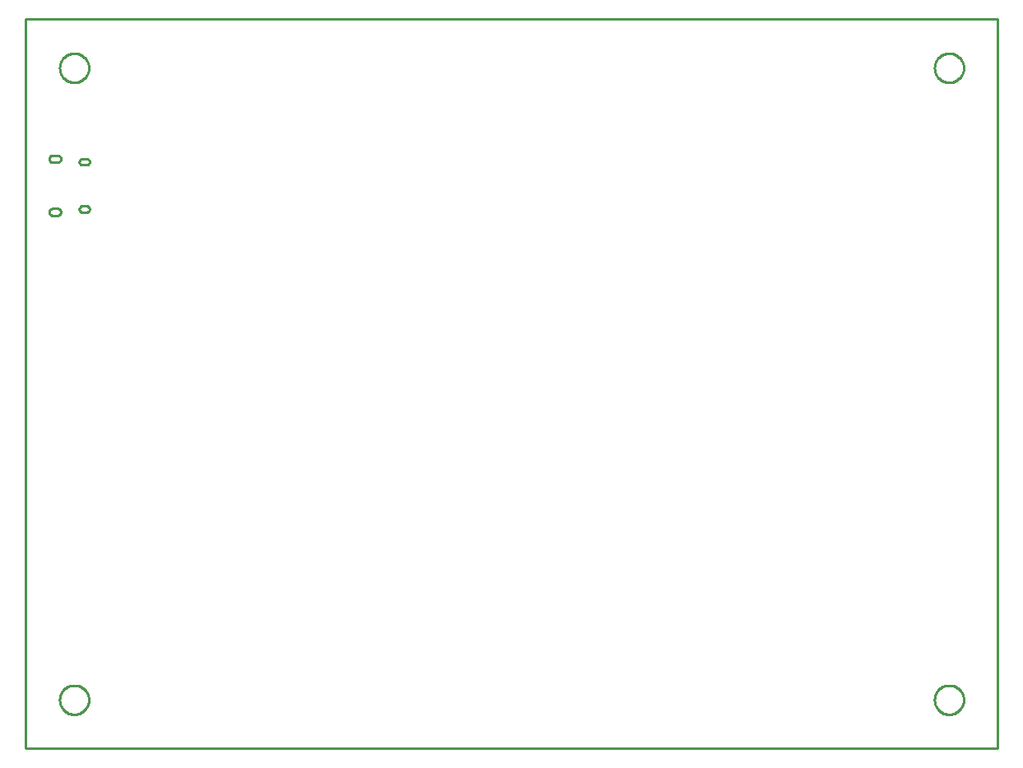
<source format=gko>
G04 EAGLE Gerber RS-274X export*
G75*
%MOMM*%
%FSLAX34Y34*%
%LPD*%
%INBoard Outline*%
%IPPOS*%
%AMOC8*
5,1,8,0,0,1.08239X$1,22.5*%
G01*
%ADD10C,0.000000*%
%ADD11C,0.020000*%
%ADD12C,0.254000*%


D10*
X0Y0D02*
X1000000Y0D01*
X1000000Y750000D01*
X0Y750000D01*
X0Y0D01*
X35000Y50000D02*
X35005Y50368D01*
X35018Y50736D01*
X35041Y51103D01*
X35072Y51470D01*
X35113Y51836D01*
X35162Y52201D01*
X35221Y52564D01*
X35288Y52926D01*
X35364Y53287D01*
X35450Y53645D01*
X35543Y54001D01*
X35646Y54354D01*
X35757Y54705D01*
X35877Y55053D01*
X36005Y55398D01*
X36142Y55740D01*
X36287Y56079D01*
X36440Y56413D01*
X36602Y56744D01*
X36771Y57071D01*
X36949Y57393D01*
X37134Y57712D01*
X37327Y58025D01*
X37528Y58334D01*
X37736Y58637D01*
X37952Y58935D01*
X38175Y59228D01*
X38405Y59516D01*
X38642Y59798D01*
X38886Y60073D01*
X39136Y60343D01*
X39393Y60607D01*
X39657Y60864D01*
X39927Y61114D01*
X40202Y61358D01*
X40484Y61595D01*
X40772Y61825D01*
X41065Y62048D01*
X41363Y62264D01*
X41666Y62472D01*
X41975Y62673D01*
X42288Y62866D01*
X42607Y63051D01*
X42929Y63229D01*
X43256Y63398D01*
X43587Y63560D01*
X43921Y63713D01*
X44260Y63858D01*
X44602Y63995D01*
X44947Y64123D01*
X45295Y64243D01*
X45646Y64354D01*
X45999Y64457D01*
X46355Y64550D01*
X46713Y64636D01*
X47074Y64712D01*
X47436Y64779D01*
X47799Y64838D01*
X48164Y64887D01*
X48530Y64928D01*
X48897Y64959D01*
X49264Y64982D01*
X49632Y64995D01*
X50000Y65000D01*
X50368Y64995D01*
X50736Y64982D01*
X51103Y64959D01*
X51470Y64928D01*
X51836Y64887D01*
X52201Y64838D01*
X52564Y64779D01*
X52926Y64712D01*
X53287Y64636D01*
X53645Y64550D01*
X54001Y64457D01*
X54354Y64354D01*
X54705Y64243D01*
X55053Y64123D01*
X55398Y63995D01*
X55740Y63858D01*
X56079Y63713D01*
X56413Y63560D01*
X56744Y63398D01*
X57071Y63229D01*
X57393Y63051D01*
X57712Y62866D01*
X58025Y62673D01*
X58334Y62472D01*
X58637Y62264D01*
X58935Y62048D01*
X59228Y61825D01*
X59516Y61595D01*
X59798Y61358D01*
X60073Y61114D01*
X60343Y60864D01*
X60607Y60607D01*
X60864Y60343D01*
X61114Y60073D01*
X61358Y59798D01*
X61595Y59516D01*
X61825Y59228D01*
X62048Y58935D01*
X62264Y58637D01*
X62472Y58334D01*
X62673Y58025D01*
X62866Y57712D01*
X63051Y57393D01*
X63229Y57071D01*
X63398Y56744D01*
X63560Y56413D01*
X63713Y56079D01*
X63858Y55740D01*
X63995Y55398D01*
X64123Y55053D01*
X64243Y54705D01*
X64354Y54354D01*
X64457Y54001D01*
X64550Y53645D01*
X64636Y53287D01*
X64712Y52926D01*
X64779Y52564D01*
X64838Y52201D01*
X64887Y51836D01*
X64928Y51470D01*
X64959Y51103D01*
X64982Y50736D01*
X64995Y50368D01*
X65000Y50000D01*
X64995Y49632D01*
X64982Y49264D01*
X64959Y48897D01*
X64928Y48530D01*
X64887Y48164D01*
X64838Y47799D01*
X64779Y47436D01*
X64712Y47074D01*
X64636Y46713D01*
X64550Y46355D01*
X64457Y45999D01*
X64354Y45646D01*
X64243Y45295D01*
X64123Y44947D01*
X63995Y44602D01*
X63858Y44260D01*
X63713Y43921D01*
X63560Y43587D01*
X63398Y43256D01*
X63229Y42929D01*
X63051Y42607D01*
X62866Y42288D01*
X62673Y41975D01*
X62472Y41666D01*
X62264Y41363D01*
X62048Y41065D01*
X61825Y40772D01*
X61595Y40484D01*
X61358Y40202D01*
X61114Y39927D01*
X60864Y39657D01*
X60607Y39393D01*
X60343Y39136D01*
X60073Y38886D01*
X59798Y38642D01*
X59516Y38405D01*
X59228Y38175D01*
X58935Y37952D01*
X58637Y37736D01*
X58334Y37528D01*
X58025Y37327D01*
X57712Y37134D01*
X57393Y36949D01*
X57071Y36771D01*
X56744Y36602D01*
X56413Y36440D01*
X56079Y36287D01*
X55740Y36142D01*
X55398Y36005D01*
X55053Y35877D01*
X54705Y35757D01*
X54354Y35646D01*
X54001Y35543D01*
X53645Y35450D01*
X53287Y35364D01*
X52926Y35288D01*
X52564Y35221D01*
X52201Y35162D01*
X51836Y35113D01*
X51470Y35072D01*
X51103Y35041D01*
X50736Y35018D01*
X50368Y35005D01*
X50000Y35000D01*
X49632Y35005D01*
X49264Y35018D01*
X48897Y35041D01*
X48530Y35072D01*
X48164Y35113D01*
X47799Y35162D01*
X47436Y35221D01*
X47074Y35288D01*
X46713Y35364D01*
X46355Y35450D01*
X45999Y35543D01*
X45646Y35646D01*
X45295Y35757D01*
X44947Y35877D01*
X44602Y36005D01*
X44260Y36142D01*
X43921Y36287D01*
X43587Y36440D01*
X43256Y36602D01*
X42929Y36771D01*
X42607Y36949D01*
X42288Y37134D01*
X41975Y37327D01*
X41666Y37528D01*
X41363Y37736D01*
X41065Y37952D01*
X40772Y38175D01*
X40484Y38405D01*
X40202Y38642D01*
X39927Y38886D01*
X39657Y39136D01*
X39393Y39393D01*
X39136Y39657D01*
X38886Y39927D01*
X38642Y40202D01*
X38405Y40484D01*
X38175Y40772D01*
X37952Y41065D01*
X37736Y41363D01*
X37528Y41666D01*
X37327Y41975D01*
X37134Y42288D01*
X36949Y42607D01*
X36771Y42929D01*
X36602Y43256D01*
X36440Y43587D01*
X36287Y43921D01*
X36142Y44260D01*
X36005Y44602D01*
X35877Y44947D01*
X35757Y45295D01*
X35646Y45646D01*
X35543Y45999D01*
X35450Y46355D01*
X35364Y46713D01*
X35288Y47074D01*
X35221Y47436D01*
X35162Y47799D01*
X35113Y48164D01*
X35072Y48530D01*
X35041Y48897D01*
X35018Y49264D01*
X35005Y49632D01*
X35000Y50000D01*
X935000Y50000D02*
X935005Y50368D01*
X935018Y50736D01*
X935041Y51103D01*
X935072Y51470D01*
X935113Y51836D01*
X935162Y52201D01*
X935221Y52564D01*
X935288Y52926D01*
X935364Y53287D01*
X935450Y53645D01*
X935543Y54001D01*
X935646Y54354D01*
X935757Y54705D01*
X935877Y55053D01*
X936005Y55398D01*
X936142Y55740D01*
X936287Y56079D01*
X936440Y56413D01*
X936602Y56744D01*
X936771Y57071D01*
X936949Y57393D01*
X937134Y57712D01*
X937327Y58025D01*
X937528Y58334D01*
X937736Y58637D01*
X937952Y58935D01*
X938175Y59228D01*
X938405Y59516D01*
X938642Y59798D01*
X938886Y60073D01*
X939136Y60343D01*
X939393Y60607D01*
X939657Y60864D01*
X939927Y61114D01*
X940202Y61358D01*
X940484Y61595D01*
X940772Y61825D01*
X941065Y62048D01*
X941363Y62264D01*
X941666Y62472D01*
X941975Y62673D01*
X942288Y62866D01*
X942607Y63051D01*
X942929Y63229D01*
X943256Y63398D01*
X943587Y63560D01*
X943921Y63713D01*
X944260Y63858D01*
X944602Y63995D01*
X944947Y64123D01*
X945295Y64243D01*
X945646Y64354D01*
X945999Y64457D01*
X946355Y64550D01*
X946713Y64636D01*
X947074Y64712D01*
X947436Y64779D01*
X947799Y64838D01*
X948164Y64887D01*
X948530Y64928D01*
X948897Y64959D01*
X949264Y64982D01*
X949632Y64995D01*
X950000Y65000D01*
X950368Y64995D01*
X950736Y64982D01*
X951103Y64959D01*
X951470Y64928D01*
X951836Y64887D01*
X952201Y64838D01*
X952564Y64779D01*
X952926Y64712D01*
X953287Y64636D01*
X953645Y64550D01*
X954001Y64457D01*
X954354Y64354D01*
X954705Y64243D01*
X955053Y64123D01*
X955398Y63995D01*
X955740Y63858D01*
X956079Y63713D01*
X956413Y63560D01*
X956744Y63398D01*
X957071Y63229D01*
X957393Y63051D01*
X957712Y62866D01*
X958025Y62673D01*
X958334Y62472D01*
X958637Y62264D01*
X958935Y62048D01*
X959228Y61825D01*
X959516Y61595D01*
X959798Y61358D01*
X960073Y61114D01*
X960343Y60864D01*
X960607Y60607D01*
X960864Y60343D01*
X961114Y60073D01*
X961358Y59798D01*
X961595Y59516D01*
X961825Y59228D01*
X962048Y58935D01*
X962264Y58637D01*
X962472Y58334D01*
X962673Y58025D01*
X962866Y57712D01*
X963051Y57393D01*
X963229Y57071D01*
X963398Y56744D01*
X963560Y56413D01*
X963713Y56079D01*
X963858Y55740D01*
X963995Y55398D01*
X964123Y55053D01*
X964243Y54705D01*
X964354Y54354D01*
X964457Y54001D01*
X964550Y53645D01*
X964636Y53287D01*
X964712Y52926D01*
X964779Y52564D01*
X964838Y52201D01*
X964887Y51836D01*
X964928Y51470D01*
X964959Y51103D01*
X964982Y50736D01*
X964995Y50368D01*
X965000Y50000D01*
X964995Y49632D01*
X964982Y49264D01*
X964959Y48897D01*
X964928Y48530D01*
X964887Y48164D01*
X964838Y47799D01*
X964779Y47436D01*
X964712Y47074D01*
X964636Y46713D01*
X964550Y46355D01*
X964457Y45999D01*
X964354Y45646D01*
X964243Y45295D01*
X964123Y44947D01*
X963995Y44602D01*
X963858Y44260D01*
X963713Y43921D01*
X963560Y43587D01*
X963398Y43256D01*
X963229Y42929D01*
X963051Y42607D01*
X962866Y42288D01*
X962673Y41975D01*
X962472Y41666D01*
X962264Y41363D01*
X962048Y41065D01*
X961825Y40772D01*
X961595Y40484D01*
X961358Y40202D01*
X961114Y39927D01*
X960864Y39657D01*
X960607Y39393D01*
X960343Y39136D01*
X960073Y38886D01*
X959798Y38642D01*
X959516Y38405D01*
X959228Y38175D01*
X958935Y37952D01*
X958637Y37736D01*
X958334Y37528D01*
X958025Y37327D01*
X957712Y37134D01*
X957393Y36949D01*
X957071Y36771D01*
X956744Y36602D01*
X956413Y36440D01*
X956079Y36287D01*
X955740Y36142D01*
X955398Y36005D01*
X955053Y35877D01*
X954705Y35757D01*
X954354Y35646D01*
X954001Y35543D01*
X953645Y35450D01*
X953287Y35364D01*
X952926Y35288D01*
X952564Y35221D01*
X952201Y35162D01*
X951836Y35113D01*
X951470Y35072D01*
X951103Y35041D01*
X950736Y35018D01*
X950368Y35005D01*
X950000Y35000D01*
X949632Y35005D01*
X949264Y35018D01*
X948897Y35041D01*
X948530Y35072D01*
X948164Y35113D01*
X947799Y35162D01*
X947436Y35221D01*
X947074Y35288D01*
X946713Y35364D01*
X946355Y35450D01*
X945999Y35543D01*
X945646Y35646D01*
X945295Y35757D01*
X944947Y35877D01*
X944602Y36005D01*
X944260Y36142D01*
X943921Y36287D01*
X943587Y36440D01*
X943256Y36602D01*
X942929Y36771D01*
X942607Y36949D01*
X942288Y37134D01*
X941975Y37327D01*
X941666Y37528D01*
X941363Y37736D01*
X941065Y37952D01*
X940772Y38175D01*
X940484Y38405D01*
X940202Y38642D01*
X939927Y38886D01*
X939657Y39136D01*
X939393Y39393D01*
X939136Y39657D01*
X938886Y39927D01*
X938642Y40202D01*
X938405Y40484D01*
X938175Y40772D01*
X937952Y41065D01*
X937736Y41363D01*
X937528Y41666D01*
X937327Y41975D01*
X937134Y42288D01*
X936949Y42607D01*
X936771Y42929D01*
X936602Y43256D01*
X936440Y43587D01*
X936287Y43921D01*
X936142Y44260D01*
X936005Y44602D01*
X935877Y44947D01*
X935757Y45295D01*
X935646Y45646D01*
X935543Y45999D01*
X935450Y46355D01*
X935364Y46713D01*
X935288Y47074D01*
X935221Y47436D01*
X935162Y47799D01*
X935113Y48164D01*
X935072Y48530D01*
X935041Y48897D01*
X935018Y49264D01*
X935005Y49632D01*
X935000Y50000D01*
X935000Y700000D02*
X935005Y700368D01*
X935018Y700736D01*
X935041Y701103D01*
X935072Y701470D01*
X935113Y701836D01*
X935162Y702201D01*
X935221Y702564D01*
X935288Y702926D01*
X935364Y703287D01*
X935450Y703645D01*
X935543Y704001D01*
X935646Y704354D01*
X935757Y704705D01*
X935877Y705053D01*
X936005Y705398D01*
X936142Y705740D01*
X936287Y706079D01*
X936440Y706413D01*
X936602Y706744D01*
X936771Y707071D01*
X936949Y707393D01*
X937134Y707712D01*
X937327Y708025D01*
X937528Y708334D01*
X937736Y708637D01*
X937952Y708935D01*
X938175Y709228D01*
X938405Y709516D01*
X938642Y709798D01*
X938886Y710073D01*
X939136Y710343D01*
X939393Y710607D01*
X939657Y710864D01*
X939927Y711114D01*
X940202Y711358D01*
X940484Y711595D01*
X940772Y711825D01*
X941065Y712048D01*
X941363Y712264D01*
X941666Y712472D01*
X941975Y712673D01*
X942288Y712866D01*
X942607Y713051D01*
X942929Y713229D01*
X943256Y713398D01*
X943587Y713560D01*
X943921Y713713D01*
X944260Y713858D01*
X944602Y713995D01*
X944947Y714123D01*
X945295Y714243D01*
X945646Y714354D01*
X945999Y714457D01*
X946355Y714550D01*
X946713Y714636D01*
X947074Y714712D01*
X947436Y714779D01*
X947799Y714838D01*
X948164Y714887D01*
X948530Y714928D01*
X948897Y714959D01*
X949264Y714982D01*
X949632Y714995D01*
X950000Y715000D01*
X950368Y714995D01*
X950736Y714982D01*
X951103Y714959D01*
X951470Y714928D01*
X951836Y714887D01*
X952201Y714838D01*
X952564Y714779D01*
X952926Y714712D01*
X953287Y714636D01*
X953645Y714550D01*
X954001Y714457D01*
X954354Y714354D01*
X954705Y714243D01*
X955053Y714123D01*
X955398Y713995D01*
X955740Y713858D01*
X956079Y713713D01*
X956413Y713560D01*
X956744Y713398D01*
X957071Y713229D01*
X957393Y713051D01*
X957712Y712866D01*
X958025Y712673D01*
X958334Y712472D01*
X958637Y712264D01*
X958935Y712048D01*
X959228Y711825D01*
X959516Y711595D01*
X959798Y711358D01*
X960073Y711114D01*
X960343Y710864D01*
X960607Y710607D01*
X960864Y710343D01*
X961114Y710073D01*
X961358Y709798D01*
X961595Y709516D01*
X961825Y709228D01*
X962048Y708935D01*
X962264Y708637D01*
X962472Y708334D01*
X962673Y708025D01*
X962866Y707712D01*
X963051Y707393D01*
X963229Y707071D01*
X963398Y706744D01*
X963560Y706413D01*
X963713Y706079D01*
X963858Y705740D01*
X963995Y705398D01*
X964123Y705053D01*
X964243Y704705D01*
X964354Y704354D01*
X964457Y704001D01*
X964550Y703645D01*
X964636Y703287D01*
X964712Y702926D01*
X964779Y702564D01*
X964838Y702201D01*
X964887Y701836D01*
X964928Y701470D01*
X964959Y701103D01*
X964982Y700736D01*
X964995Y700368D01*
X965000Y700000D01*
X964995Y699632D01*
X964982Y699264D01*
X964959Y698897D01*
X964928Y698530D01*
X964887Y698164D01*
X964838Y697799D01*
X964779Y697436D01*
X964712Y697074D01*
X964636Y696713D01*
X964550Y696355D01*
X964457Y695999D01*
X964354Y695646D01*
X964243Y695295D01*
X964123Y694947D01*
X963995Y694602D01*
X963858Y694260D01*
X963713Y693921D01*
X963560Y693587D01*
X963398Y693256D01*
X963229Y692929D01*
X963051Y692607D01*
X962866Y692288D01*
X962673Y691975D01*
X962472Y691666D01*
X962264Y691363D01*
X962048Y691065D01*
X961825Y690772D01*
X961595Y690484D01*
X961358Y690202D01*
X961114Y689927D01*
X960864Y689657D01*
X960607Y689393D01*
X960343Y689136D01*
X960073Y688886D01*
X959798Y688642D01*
X959516Y688405D01*
X959228Y688175D01*
X958935Y687952D01*
X958637Y687736D01*
X958334Y687528D01*
X958025Y687327D01*
X957712Y687134D01*
X957393Y686949D01*
X957071Y686771D01*
X956744Y686602D01*
X956413Y686440D01*
X956079Y686287D01*
X955740Y686142D01*
X955398Y686005D01*
X955053Y685877D01*
X954705Y685757D01*
X954354Y685646D01*
X954001Y685543D01*
X953645Y685450D01*
X953287Y685364D01*
X952926Y685288D01*
X952564Y685221D01*
X952201Y685162D01*
X951836Y685113D01*
X951470Y685072D01*
X951103Y685041D01*
X950736Y685018D01*
X950368Y685005D01*
X950000Y685000D01*
X949632Y685005D01*
X949264Y685018D01*
X948897Y685041D01*
X948530Y685072D01*
X948164Y685113D01*
X947799Y685162D01*
X947436Y685221D01*
X947074Y685288D01*
X946713Y685364D01*
X946355Y685450D01*
X945999Y685543D01*
X945646Y685646D01*
X945295Y685757D01*
X944947Y685877D01*
X944602Y686005D01*
X944260Y686142D01*
X943921Y686287D01*
X943587Y686440D01*
X943256Y686602D01*
X942929Y686771D01*
X942607Y686949D01*
X942288Y687134D01*
X941975Y687327D01*
X941666Y687528D01*
X941363Y687736D01*
X941065Y687952D01*
X940772Y688175D01*
X940484Y688405D01*
X940202Y688642D01*
X939927Y688886D01*
X939657Y689136D01*
X939393Y689393D01*
X939136Y689657D01*
X938886Y689927D01*
X938642Y690202D01*
X938405Y690484D01*
X938175Y690772D01*
X937952Y691065D01*
X937736Y691363D01*
X937528Y691666D01*
X937327Y691975D01*
X937134Y692288D01*
X936949Y692607D01*
X936771Y692929D01*
X936602Y693256D01*
X936440Y693587D01*
X936287Y693921D01*
X936142Y694260D01*
X936005Y694602D01*
X935877Y694947D01*
X935757Y695295D01*
X935646Y695646D01*
X935543Y695999D01*
X935450Y696355D01*
X935364Y696713D01*
X935288Y697074D01*
X935221Y697436D01*
X935162Y697799D01*
X935113Y698164D01*
X935072Y698530D01*
X935041Y698897D01*
X935018Y699264D01*
X935005Y699632D01*
X935000Y700000D01*
X35000Y700000D02*
X35005Y700368D01*
X35018Y700736D01*
X35041Y701103D01*
X35072Y701470D01*
X35113Y701836D01*
X35162Y702201D01*
X35221Y702564D01*
X35288Y702926D01*
X35364Y703287D01*
X35450Y703645D01*
X35543Y704001D01*
X35646Y704354D01*
X35757Y704705D01*
X35877Y705053D01*
X36005Y705398D01*
X36142Y705740D01*
X36287Y706079D01*
X36440Y706413D01*
X36602Y706744D01*
X36771Y707071D01*
X36949Y707393D01*
X37134Y707712D01*
X37327Y708025D01*
X37528Y708334D01*
X37736Y708637D01*
X37952Y708935D01*
X38175Y709228D01*
X38405Y709516D01*
X38642Y709798D01*
X38886Y710073D01*
X39136Y710343D01*
X39393Y710607D01*
X39657Y710864D01*
X39927Y711114D01*
X40202Y711358D01*
X40484Y711595D01*
X40772Y711825D01*
X41065Y712048D01*
X41363Y712264D01*
X41666Y712472D01*
X41975Y712673D01*
X42288Y712866D01*
X42607Y713051D01*
X42929Y713229D01*
X43256Y713398D01*
X43587Y713560D01*
X43921Y713713D01*
X44260Y713858D01*
X44602Y713995D01*
X44947Y714123D01*
X45295Y714243D01*
X45646Y714354D01*
X45999Y714457D01*
X46355Y714550D01*
X46713Y714636D01*
X47074Y714712D01*
X47436Y714779D01*
X47799Y714838D01*
X48164Y714887D01*
X48530Y714928D01*
X48897Y714959D01*
X49264Y714982D01*
X49632Y714995D01*
X50000Y715000D01*
X50368Y714995D01*
X50736Y714982D01*
X51103Y714959D01*
X51470Y714928D01*
X51836Y714887D01*
X52201Y714838D01*
X52564Y714779D01*
X52926Y714712D01*
X53287Y714636D01*
X53645Y714550D01*
X54001Y714457D01*
X54354Y714354D01*
X54705Y714243D01*
X55053Y714123D01*
X55398Y713995D01*
X55740Y713858D01*
X56079Y713713D01*
X56413Y713560D01*
X56744Y713398D01*
X57071Y713229D01*
X57393Y713051D01*
X57712Y712866D01*
X58025Y712673D01*
X58334Y712472D01*
X58637Y712264D01*
X58935Y712048D01*
X59228Y711825D01*
X59516Y711595D01*
X59798Y711358D01*
X60073Y711114D01*
X60343Y710864D01*
X60607Y710607D01*
X60864Y710343D01*
X61114Y710073D01*
X61358Y709798D01*
X61595Y709516D01*
X61825Y709228D01*
X62048Y708935D01*
X62264Y708637D01*
X62472Y708334D01*
X62673Y708025D01*
X62866Y707712D01*
X63051Y707393D01*
X63229Y707071D01*
X63398Y706744D01*
X63560Y706413D01*
X63713Y706079D01*
X63858Y705740D01*
X63995Y705398D01*
X64123Y705053D01*
X64243Y704705D01*
X64354Y704354D01*
X64457Y704001D01*
X64550Y703645D01*
X64636Y703287D01*
X64712Y702926D01*
X64779Y702564D01*
X64838Y702201D01*
X64887Y701836D01*
X64928Y701470D01*
X64959Y701103D01*
X64982Y700736D01*
X64995Y700368D01*
X65000Y700000D01*
X64995Y699632D01*
X64982Y699264D01*
X64959Y698897D01*
X64928Y698530D01*
X64887Y698164D01*
X64838Y697799D01*
X64779Y697436D01*
X64712Y697074D01*
X64636Y696713D01*
X64550Y696355D01*
X64457Y695999D01*
X64354Y695646D01*
X64243Y695295D01*
X64123Y694947D01*
X63995Y694602D01*
X63858Y694260D01*
X63713Y693921D01*
X63560Y693587D01*
X63398Y693256D01*
X63229Y692929D01*
X63051Y692607D01*
X62866Y692288D01*
X62673Y691975D01*
X62472Y691666D01*
X62264Y691363D01*
X62048Y691065D01*
X61825Y690772D01*
X61595Y690484D01*
X61358Y690202D01*
X61114Y689927D01*
X60864Y689657D01*
X60607Y689393D01*
X60343Y689136D01*
X60073Y688886D01*
X59798Y688642D01*
X59516Y688405D01*
X59228Y688175D01*
X58935Y687952D01*
X58637Y687736D01*
X58334Y687528D01*
X58025Y687327D01*
X57712Y687134D01*
X57393Y686949D01*
X57071Y686771D01*
X56744Y686602D01*
X56413Y686440D01*
X56079Y686287D01*
X55740Y686142D01*
X55398Y686005D01*
X55053Y685877D01*
X54705Y685757D01*
X54354Y685646D01*
X54001Y685543D01*
X53645Y685450D01*
X53287Y685364D01*
X52926Y685288D01*
X52564Y685221D01*
X52201Y685162D01*
X51836Y685113D01*
X51470Y685072D01*
X51103Y685041D01*
X50736Y685018D01*
X50368Y685005D01*
X50000Y685000D01*
X49632Y685005D01*
X49264Y685018D01*
X48897Y685041D01*
X48530Y685072D01*
X48164Y685113D01*
X47799Y685162D01*
X47436Y685221D01*
X47074Y685288D01*
X46713Y685364D01*
X46355Y685450D01*
X45999Y685543D01*
X45646Y685646D01*
X45295Y685757D01*
X44947Y685877D01*
X44602Y686005D01*
X44260Y686142D01*
X43921Y686287D01*
X43587Y686440D01*
X43256Y686602D01*
X42929Y686771D01*
X42607Y686949D01*
X42288Y687134D01*
X41975Y687327D01*
X41666Y687528D01*
X41363Y687736D01*
X41065Y687952D01*
X40772Y688175D01*
X40484Y688405D01*
X40202Y688642D01*
X39927Y688886D01*
X39657Y689136D01*
X39393Y689393D01*
X39136Y689657D01*
X38886Y689927D01*
X38642Y690202D01*
X38405Y690484D01*
X38175Y690772D01*
X37952Y691065D01*
X37736Y691363D01*
X37528Y691666D01*
X37327Y691975D01*
X37134Y692288D01*
X36949Y692607D01*
X36771Y692929D01*
X36602Y693256D01*
X36440Y693587D01*
X36287Y693921D01*
X36142Y694260D01*
X36005Y694602D01*
X35877Y694947D01*
X35757Y695295D01*
X35646Y695646D01*
X35543Y695999D01*
X35450Y696355D01*
X35364Y696713D01*
X35288Y697074D01*
X35221Y697436D01*
X35162Y697799D01*
X35113Y698164D01*
X35072Y698530D01*
X35041Y698897D01*
X35018Y699264D01*
X35005Y699632D01*
X35000Y700000D01*
D11*
X33170Y555320D02*
X33284Y555305D01*
X33397Y555285D01*
X33510Y555262D01*
X33622Y555234D01*
X33732Y555204D01*
X33842Y555169D01*
X33951Y555131D01*
X34058Y555089D01*
X34163Y555043D01*
X34267Y554994D01*
X34370Y554941D01*
X34470Y554885D01*
X34569Y554826D01*
X34665Y554764D01*
X34760Y554698D01*
X34852Y554629D01*
X34941Y554557D01*
X35028Y554482D01*
X35113Y554404D01*
X35195Y554323D01*
X35274Y554240D01*
X35351Y554154D01*
X35424Y554065D01*
X35494Y553974D01*
X35562Y553881D01*
X35626Y553785D01*
X35686Y553687D01*
X35744Y553588D01*
X35798Y553486D01*
X35849Y553383D01*
X35896Y553278D01*
X35939Y553171D01*
X35979Y553064D01*
X36016Y552954D01*
X36048Y552844D01*
X36077Y552733D01*
X36102Y552620D01*
X36123Y552507D01*
X36141Y552394D01*
X36154Y552279D01*
X36164Y552165D01*
X36170Y552050D01*
X36172Y551935D01*
X36170Y551820D01*
X36172Y551705D01*
X36170Y551590D01*
X36164Y551475D01*
X36154Y551361D01*
X36141Y551246D01*
X36123Y551133D01*
X36102Y551020D01*
X36077Y550907D01*
X36048Y550796D01*
X36016Y550686D01*
X35979Y550576D01*
X35939Y550469D01*
X35896Y550362D01*
X35849Y550257D01*
X35798Y550154D01*
X35744Y550052D01*
X35686Y549953D01*
X35626Y549855D01*
X35562Y549759D01*
X35494Y549666D01*
X35424Y549575D01*
X35351Y549486D01*
X35274Y549400D01*
X35195Y549317D01*
X35113Y549236D01*
X35028Y549158D01*
X34941Y549083D01*
X34852Y549011D01*
X34760Y548942D01*
X34665Y548876D01*
X34569Y548814D01*
X34470Y548755D01*
X34370Y548699D01*
X34267Y548646D01*
X34163Y548597D01*
X34058Y548551D01*
X33951Y548509D01*
X33842Y548471D01*
X33732Y548436D01*
X33622Y548406D01*
X33510Y548378D01*
X33397Y548355D01*
X33284Y548335D01*
X33170Y548320D01*
X27170Y548320D01*
X27056Y548335D01*
X26943Y548355D01*
X26830Y548378D01*
X26718Y548406D01*
X26608Y548436D01*
X26498Y548471D01*
X26389Y548509D01*
X26282Y548551D01*
X26177Y548597D01*
X26073Y548646D01*
X25970Y548699D01*
X25870Y548755D01*
X25771Y548814D01*
X25675Y548876D01*
X25580Y548942D01*
X25488Y549011D01*
X25399Y549083D01*
X25312Y549158D01*
X25227Y549236D01*
X25145Y549317D01*
X25066Y549400D01*
X24989Y549486D01*
X24916Y549575D01*
X24846Y549666D01*
X24778Y549759D01*
X24714Y549855D01*
X24654Y549953D01*
X24596Y550052D01*
X24542Y550154D01*
X24491Y550257D01*
X24444Y550362D01*
X24401Y550469D01*
X24361Y550576D01*
X24324Y550686D01*
X24292Y550796D01*
X24263Y550907D01*
X24238Y551020D01*
X24217Y551133D01*
X24199Y551246D01*
X24186Y551361D01*
X24176Y551475D01*
X24170Y551590D01*
X24168Y551705D01*
X24170Y551820D01*
X24168Y551935D01*
X24170Y552050D01*
X24176Y552165D01*
X24186Y552279D01*
X24199Y552394D01*
X24217Y552507D01*
X24238Y552620D01*
X24263Y552733D01*
X24292Y552844D01*
X24324Y552954D01*
X24361Y553064D01*
X24401Y553171D01*
X24444Y553278D01*
X24491Y553383D01*
X24542Y553486D01*
X24596Y553588D01*
X24654Y553687D01*
X24714Y553785D01*
X24778Y553881D01*
X24846Y553974D01*
X24916Y554065D01*
X24989Y554154D01*
X25066Y554240D01*
X25145Y554323D01*
X25227Y554404D01*
X25312Y554482D01*
X25399Y554557D01*
X25488Y554629D01*
X25580Y554698D01*
X25675Y554764D01*
X25771Y554826D01*
X25870Y554885D01*
X25970Y554941D01*
X26073Y554994D01*
X26177Y555043D01*
X26282Y555089D01*
X26389Y555131D01*
X26498Y555169D01*
X26608Y555204D01*
X26718Y555234D01*
X26830Y555262D01*
X26943Y555285D01*
X27056Y555305D01*
X27170Y555320D01*
X33170Y555320D01*
X62470Y558071D02*
X62582Y558070D01*
X62693Y558066D01*
X62804Y558058D01*
X62915Y558047D01*
X63026Y558031D01*
X63135Y558011D01*
X63244Y557988D01*
X63352Y557961D01*
X63460Y557930D01*
X63566Y557896D01*
X63670Y557858D01*
X63774Y557816D01*
X63875Y557770D01*
X63976Y557721D01*
X64074Y557669D01*
X64170Y557613D01*
X64265Y557554D01*
X64357Y557492D01*
X64448Y557426D01*
X64535Y557357D01*
X64621Y557286D01*
X64704Y557211D01*
X64784Y557134D01*
X64861Y557054D01*
X64936Y556971D01*
X65007Y556885D01*
X65076Y556798D01*
X65142Y556707D01*
X65204Y556615D01*
X65263Y556520D01*
X65319Y556424D01*
X65371Y556326D01*
X65420Y556225D01*
X65466Y556124D01*
X65508Y556020D01*
X65546Y555916D01*
X65580Y555810D01*
X65611Y555702D01*
X65638Y555594D01*
X65661Y555485D01*
X65681Y555376D01*
X65697Y555265D01*
X65708Y555154D01*
X65716Y555043D01*
X65720Y554932D01*
X65721Y554820D01*
X65720Y554820D02*
X65718Y554709D01*
X65712Y554598D01*
X65703Y554488D01*
X65690Y554377D01*
X65673Y554268D01*
X65652Y554159D01*
X65628Y554051D01*
X65599Y553943D01*
X65568Y553837D01*
X65532Y553732D01*
X65493Y553628D01*
X65451Y553525D01*
X65405Y553424D01*
X65356Y553325D01*
X65303Y553227D01*
X65247Y553131D01*
X65188Y553038D01*
X65125Y552946D01*
X65060Y552856D01*
X64991Y552769D01*
X64920Y552684D01*
X64845Y552602D01*
X64768Y552522D01*
X64688Y552445D01*
X64606Y552370D01*
X64521Y552299D01*
X64434Y552230D01*
X64344Y552165D01*
X64252Y552102D01*
X64159Y552043D01*
X64063Y551987D01*
X63965Y551934D01*
X63866Y551885D01*
X63765Y551839D01*
X63662Y551797D01*
X63558Y551758D01*
X63453Y551722D01*
X63347Y551691D01*
X63239Y551662D01*
X63131Y551638D01*
X63022Y551617D01*
X62913Y551600D01*
X62802Y551587D01*
X62692Y551578D01*
X62581Y551572D01*
X62470Y551570D01*
X58470Y551570D01*
X58363Y551563D01*
X58256Y551559D01*
X58150Y551560D01*
X58043Y551564D01*
X57936Y551572D01*
X57830Y551584D01*
X57724Y551599D01*
X57619Y551618D01*
X57515Y551641D01*
X57411Y551668D01*
X57309Y551699D01*
X57208Y551733D01*
X57108Y551770D01*
X57009Y551811D01*
X56912Y551856D01*
X56816Y551904D01*
X56723Y551956D01*
X56631Y552010D01*
X56541Y552068D01*
X56454Y552130D01*
X56368Y552194D01*
X56285Y552261D01*
X56205Y552331D01*
X56126Y552404D01*
X56051Y552480D01*
X55978Y552558D01*
X55909Y552639D01*
X55842Y552723D01*
X55778Y552808D01*
X55717Y552896D01*
X55659Y552986D01*
X55605Y553078D01*
X55554Y553172D01*
X55506Y553268D01*
X55462Y553365D01*
X55421Y553464D01*
X55384Y553564D01*
X55351Y553665D01*
X55321Y553768D01*
X55294Y553872D01*
X55272Y553976D01*
X55253Y554081D01*
X55238Y554187D01*
X55227Y554293D01*
X55219Y554400D01*
X55215Y554507D01*
X55216Y554614D01*
X55219Y554720D01*
X55220Y554720D02*
X55224Y554834D01*
X55231Y554949D01*
X55242Y555062D01*
X55257Y555176D01*
X55276Y555288D01*
X55298Y555401D01*
X55324Y555512D01*
X55354Y555622D01*
X55388Y555731D01*
X55425Y555839D01*
X55466Y555946D01*
X55511Y556051D01*
X55559Y556155D01*
X55610Y556257D01*
X55665Y556358D01*
X55724Y556456D01*
X55785Y556552D01*
X55850Y556646D01*
X55918Y556738D01*
X55989Y556828D01*
X56063Y556915D01*
X56139Y557000D01*
X56219Y557082D01*
X56301Y557161D01*
X56386Y557238D01*
X56474Y557312D01*
X56564Y557382D01*
X56656Y557450D01*
X56750Y557514D01*
X56847Y557575D01*
X56945Y557633D01*
X57046Y557688D01*
X57148Y557739D01*
X57252Y557787D01*
X57357Y557831D01*
X57464Y557871D01*
X57572Y557908D01*
X57682Y557942D01*
X57792Y557971D01*
X57904Y557997D01*
X58016Y558019D01*
X58129Y558038D01*
X58242Y558052D01*
X58356Y558063D01*
X58470Y558070D01*
X62470Y558070D01*
X65721Y603420D02*
X65720Y603532D01*
X65716Y603643D01*
X65708Y603754D01*
X65697Y603865D01*
X65681Y603976D01*
X65661Y604085D01*
X65638Y604194D01*
X65611Y604302D01*
X65580Y604410D01*
X65546Y604516D01*
X65508Y604620D01*
X65466Y604724D01*
X65420Y604825D01*
X65371Y604926D01*
X65319Y605024D01*
X65263Y605120D01*
X65204Y605215D01*
X65142Y605307D01*
X65076Y605398D01*
X65007Y605485D01*
X64936Y605571D01*
X64861Y605654D01*
X64784Y605734D01*
X64704Y605811D01*
X64621Y605886D01*
X64535Y605957D01*
X64448Y606026D01*
X64357Y606092D01*
X64265Y606154D01*
X64170Y606213D01*
X64074Y606269D01*
X63976Y606321D01*
X63875Y606370D01*
X63774Y606416D01*
X63670Y606458D01*
X63566Y606496D01*
X63460Y606530D01*
X63352Y606561D01*
X63244Y606588D01*
X63135Y606611D01*
X63026Y606631D01*
X62915Y606647D01*
X62804Y606658D01*
X62693Y606666D01*
X62582Y606670D01*
X62470Y606671D01*
X65720Y603420D02*
X65718Y603309D01*
X65712Y603198D01*
X65703Y603088D01*
X65690Y602977D01*
X65673Y602868D01*
X65652Y602759D01*
X65628Y602651D01*
X65599Y602543D01*
X65568Y602437D01*
X65532Y602332D01*
X65493Y602228D01*
X65451Y602125D01*
X65405Y602024D01*
X65356Y601925D01*
X65303Y601827D01*
X65247Y601731D01*
X65188Y601638D01*
X65125Y601546D01*
X65060Y601456D01*
X64991Y601369D01*
X64920Y601284D01*
X64845Y601202D01*
X64768Y601122D01*
X64688Y601045D01*
X64606Y600970D01*
X64521Y600899D01*
X64434Y600830D01*
X64344Y600765D01*
X64252Y600702D01*
X64159Y600643D01*
X64063Y600587D01*
X63965Y600534D01*
X63866Y600485D01*
X63765Y600439D01*
X63662Y600397D01*
X63558Y600358D01*
X63453Y600322D01*
X63347Y600291D01*
X63239Y600262D01*
X63131Y600238D01*
X63022Y600217D01*
X62913Y600200D01*
X62802Y600187D01*
X62692Y600178D01*
X62581Y600172D01*
X62470Y600170D01*
X58470Y600170D01*
X58363Y600163D01*
X58256Y600159D01*
X58150Y600160D01*
X58043Y600164D01*
X57936Y600172D01*
X57830Y600184D01*
X57724Y600199D01*
X57619Y600218D01*
X57515Y600241D01*
X57411Y600268D01*
X57309Y600299D01*
X57208Y600333D01*
X57108Y600370D01*
X57009Y600411D01*
X56912Y600456D01*
X56816Y600504D01*
X56723Y600556D01*
X56631Y600610D01*
X56541Y600668D01*
X56454Y600730D01*
X56368Y600794D01*
X56285Y600861D01*
X56205Y600931D01*
X56126Y601004D01*
X56051Y601080D01*
X55978Y601158D01*
X55909Y601239D01*
X55842Y601323D01*
X55778Y601408D01*
X55717Y601496D01*
X55659Y601586D01*
X55605Y601678D01*
X55554Y601772D01*
X55506Y601868D01*
X55462Y601965D01*
X55421Y602064D01*
X55384Y602164D01*
X55351Y602265D01*
X55321Y602368D01*
X55294Y602472D01*
X55272Y602576D01*
X55253Y602681D01*
X55238Y602787D01*
X55227Y602893D01*
X55219Y603000D01*
X55215Y603107D01*
X55216Y603214D01*
X55219Y603320D01*
X55220Y603320D02*
X55224Y603434D01*
X55231Y603549D01*
X55242Y603662D01*
X55257Y603776D01*
X55276Y603888D01*
X55298Y604001D01*
X55324Y604112D01*
X55354Y604222D01*
X55388Y604331D01*
X55425Y604439D01*
X55466Y604546D01*
X55511Y604651D01*
X55559Y604755D01*
X55610Y604857D01*
X55665Y604958D01*
X55724Y605056D01*
X55785Y605152D01*
X55850Y605246D01*
X55918Y605338D01*
X55989Y605428D01*
X56063Y605515D01*
X56139Y605600D01*
X56219Y605682D01*
X56301Y605761D01*
X56386Y605838D01*
X56474Y605912D01*
X56564Y605982D01*
X56656Y606050D01*
X56750Y606114D01*
X56847Y606175D01*
X56945Y606233D01*
X57046Y606288D01*
X57148Y606339D01*
X57252Y606387D01*
X57357Y606431D01*
X57464Y606471D01*
X57572Y606508D01*
X57682Y606542D01*
X57792Y606571D01*
X57904Y606597D01*
X58016Y606619D01*
X58129Y606638D01*
X58242Y606652D01*
X58356Y606663D01*
X58470Y606670D01*
X62470Y606670D01*
X36170Y606420D02*
X36172Y606535D01*
X36170Y606650D01*
X36164Y606765D01*
X36154Y606879D01*
X36141Y606994D01*
X36123Y607107D01*
X36102Y607220D01*
X36077Y607333D01*
X36048Y607444D01*
X36016Y607554D01*
X35979Y607664D01*
X35939Y607771D01*
X35896Y607878D01*
X35849Y607983D01*
X35798Y608086D01*
X35744Y608188D01*
X35686Y608287D01*
X35626Y608385D01*
X35562Y608481D01*
X35494Y608574D01*
X35424Y608665D01*
X35351Y608754D01*
X35274Y608840D01*
X35195Y608923D01*
X35113Y609004D01*
X35028Y609082D01*
X34941Y609157D01*
X34852Y609229D01*
X34760Y609298D01*
X34665Y609364D01*
X34569Y609426D01*
X34470Y609485D01*
X34370Y609541D01*
X34267Y609594D01*
X34163Y609643D01*
X34058Y609689D01*
X33951Y609731D01*
X33842Y609769D01*
X33732Y609804D01*
X33622Y609834D01*
X33510Y609862D01*
X33397Y609885D01*
X33284Y609905D01*
X33170Y609920D01*
X36170Y606420D02*
X36172Y606305D01*
X36170Y606190D01*
X36164Y606075D01*
X36154Y605961D01*
X36141Y605846D01*
X36123Y605733D01*
X36102Y605620D01*
X36077Y605507D01*
X36048Y605396D01*
X36016Y605286D01*
X35979Y605176D01*
X35939Y605069D01*
X35896Y604962D01*
X35849Y604857D01*
X35798Y604754D01*
X35744Y604652D01*
X35686Y604553D01*
X35626Y604455D01*
X35562Y604359D01*
X35494Y604266D01*
X35424Y604175D01*
X35351Y604086D01*
X35274Y604000D01*
X35195Y603917D01*
X35113Y603836D01*
X35028Y603758D01*
X34941Y603683D01*
X34852Y603611D01*
X34760Y603542D01*
X34665Y603476D01*
X34569Y603414D01*
X34470Y603355D01*
X34370Y603299D01*
X34267Y603246D01*
X34163Y603197D01*
X34058Y603151D01*
X33951Y603109D01*
X33842Y603071D01*
X33732Y603036D01*
X33622Y603006D01*
X33510Y602978D01*
X33397Y602955D01*
X33284Y602935D01*
X33170Y602920D01*
X27170Y602920D01*
X27056Y602935D01*
X26943Y602955D01*
X26830Y602978D01*
X26718Y603006D01*
X26608Y603036D01*
X26498Y603071D01*
X26389Y603109D01*
X26282Y603151D01*
X26177Y603197D01*
X26073Y603246D01*
X25970Y603299D01*
X25870Y603355D01*
X25771Y603414D01*
X25675Y603476D01*
X25580Y603542D01*
X25488Y603611D01*
X25399Y603683D01*
X25312Y603758D01*
X25227Y603836D01*
X25145Y603917D01*
X25066Y604000D01*
X24989Y604086D01*
X24916Y604175D01*
X24846Y604266D01*
X24778Y604359D01*
X24714Y604455D01*
X24654Y604553D01*
X24596Y604652D01*
X24542Y604754D01*
X24491Y604857D01*
X24444Y604962D01*
X24401Y605069D01*
X24361Y605176D01*
X24324Y605286D01*
X24292Y605396D01*
X24263Y605507D01*
X24238Y605620D01*
X24217Y605733D01*
X24199Y605846D01*
X24186Y605961D01*
X24176Y606075D01*
X24170Y606190D01*
X24168Y606305D01*
X24170Y606420D01*
X24168Y606535D01*
X24170Y606650D01*
X24176Y606765D01*
X24186Y606879D01*
X24199Y606994D01*
X24217Y607107D01*
X24238Y607220D01*
X24263Y607333D01*
X24292Y607444D01*
X24324Y607554D01*
X24361Y607664D01*
X24401Y607771D01*
X24444Y607878D01*
X24491Y607983D01*
X24542Y608086D01*
X24596Y608188D01*
X24654Y608287D01*
X24714Y608385D01*
X24778Y608481D01*
X24846Y608574D01*
X24916Y608665D01*
X24989Y608754D01*
X25066Y608840D01*
X25145Y608923D01*
X25227Y609004D01*
X25312Y609082D01*
X25399Y609157D01*
X25488Y609229D01*
X25580Y609298D01*
X25675Y609364D01*
X25771Y609426D01*
X25870Y609485D01*
X25970Y609541D01*
X26073Y609594D01*
X26177Y609643D01*
X26282Y609689D01*
X26389Y609731D01*
X26498Y609769D01*
X26608Y609804D01*
X26718Y609834D01*
X26830Y609862D01*
X26943Y609885D01*
X27056Y609905D01*
X27170Y609920D01*
X33170Y609920D01*
D12*
X0Y0D02*
X1000000Y0D01*
X1000000Y750000D01*
X0Y750000D01*
X0Y0D01*
X24170Y606420D02*
X24173Y606122D01*
X24202Y605826D01*
X24257Y605534D01*
X24337Y605247D01*
X24442Y604968D01*
X24570Y604700D01*
X24722Y604444D01*
X24895Y604202D01*
X25089Y603976D01*
X25301Y603768D01*
X25531Y603579D01*
X25777Y603411D01*
X26036Y603264D01*
X26307Y603141D01*
X26588Y603043D01*
X26876Y602969D01*
X27170Y602920D01*
X33170Y602920D01*
X33464Y602969D01*
X33752Y603043D01*
X34033Y603141D01*
X34304Y603264D01*
X34563Y603411D01*
X34809Y603579D01*
X35039Y603768D01*
X35251Y603976D01*
X35445Y604202D01*
X35618Y604444D01*
X35770Y604700D01*
X35898Y604968D01*
X36003Y605247D01*
X36083Y605534D01*
X36138Y605826D01*
X36167Y606122D01*
X36170Y606420D01*
X36167Y606718D01*
X36138Y607014D01*
X36083Y607306D01*
X36003Y607593D01*
X35898Y607872D01*
X35770Y608140D01*
X35618Y608396D01*
X35445Y608638D01*
X35251Y608864D01*
X35039Y609072D01*
X34809Y609261D01*
X34563Y609430D01*
X34304Y609576D01*
X34033Y609699D01*
X33752Y609797D01*
X33464Y609871D01*
X33170Y609920D01*
X27170Y609920D01*
X26876Y609871D01*
X26588Y609797D01*
X26307Y609699D01*
X26036Y609576D01*
X25777Y609430D01*
X25531Y609261D01*
X25301Y609072D01*
X25089Y608864D01*
X24895Y608638D01*
X24722Y608396D01*
X24570Y608140D01*
X24442Y607872D01*
X24337Y607593D01*
X24257Y607306D01*
X24202Y607014D01*
X24173Y606718D01*
X24170Y606420D01*
X55220Y603320D02*
X55217Y603059D01*
X55237Y602798D01*
X55280Y602540D01*
X55345Y602286D01*
X55431Y602040D01*
X55539Y601802D01*
X55668Y601574D01*
X55815Y601358D01*
X55981Y601156D01*
X56164Y600969D01*
X56363Y600798D01*
X56575Y600646D01*
X56800Y600513D01*
X57036Y600400D01*
X57281Y600308D01*
X57533Y600237D01*
X57790Y600189D01*
X58050Y600163D01*
X58311Y600161D01*
X58470Y600170D01*
X62470Y600170D01*
X62753Y600182D01*
X63034Y600219D01*
X63311Y600281D01*
X63582Y600366D01*
X63844Y600475D01*
X64095Y600605D01*
X64334Y600758D01*
X64559Y600930D01*
X64768Y601122D01*
X64960Y601331D01*
X65132Y601556D01*
X65285Y601795D01*
X65416Y602047D01*
X65524Y602308D01*
X65609Y602579D01*
X65671Y602856D01*
X65708Y603137D01*
X65720Y603420D01*
X65712Y603699D01*
X65680Y603976D01*
X65624Y604250D01*
X65544Y604517D01*
X65442Y604777D01*
X65317Y605026D01*
X65171Y605264D01*
X65004Y605488D01*
X64819Y605697D01*
X64616Y605889D01*
X64397Y606062D01*
X64164Y606216D01*
X63919Y606349D01*
X63663Y606460D01*
X63398Y606548D01*
X63126Y606613D01*
X62850Y606653D01*
X62572Y606670D01*
X58470Y606670D01*
X58175Y606644D01*
X57883Y606593D01*
X57597Y606516D01*
X57318Y606415D01*
X57049Y606290D01*
X56793Y606142D01*
X56550Y605972D01*
X56323Y605781D01*
X56113Y605572D01*
X55922Y605345D01*
X55752Y605102D01*
X55604Y604845D01*
X55479Y604577D01*
X55377Y604298D01*
X55300Y604012D01*
X55249Y603720D01*
X55223Y603425D01*
X55220Y603320D01*
X55220Y554720D02*
X55216Y554561D01*
X55227Y554300D01*
X55260Y554041D01*
X55317Y553785D01*
X55395Y553536D01*
X55495Y553294D01*
X55615Y553062D01*
X55755Y552841D01*
X55914Y552633D01*
X56090Y552440D01*
X56283Y552263D01*
X56490Y552104D01*
X56711Y551963D01*
X56942Y551842D01*
X57184Y551741D01*
X57433Y551662D01*
X57688Y551605D01*
X57947Y551571D01*
X58209Y551559D01*
X58470Y551570D01*
X62470Y551570D01*
X62753Y551582D01*
X63034Y551619D01*
X63311Y551681D01*
X63582Y551766D01*
X63844Y551875D01*
X64095Y552005D01*
X64334Y552158D01*
X64559Y552330D01*
X64768Y552522D01*
X64960Y552731D01*
X65132Y552956D01*
X65285Y553195D01*
X65416Y553447D01*
X65524Y553708D01*
X65609Y553979D01*
X65671Y554256D01*
X65708Y554537D01*
X65720Y554820D01*
X65720Y554922D01*
X65703Y555200D01*
X65663Y555476D01*
X65598Y555748D01*
X65510Y556013D01*
X65399Y556269D01*
X65266Y556514D01*
X65112Y556747D01*
X64939Y556966D01*
X64747Y557169D01*
X64538Y557354D01*
X64314Y557521D01*
X64076Y557667D01*
X63827Y557792D01*
X63567Y557894D01*
X63300Y557974D01*
X63026Y558030D01*
X62749Y558062D01*
X62470Y558070D01*
X58470Y558070D01*
X58365Y558064D01*
X58071Y558029D01*
X57781Y557969D01*
X57497Y557883D01*
X57222Y557773D01*
X56957Y557640D01*
X56705Y557484D01*
X56467Y557307D01*
X56246Y557109D01*
X56043Y556893D01*
X55860Y556661D01*
X55697Y556413D01*
X55557Y556152D01*
X55440Y555879D01*
X55347Y555598D01*
X55279Y555309D01*
X55237Y555016D01*
X55220Y554720D01*
X24170Y551820D02*
X24173Y551522D01*
X24202Y551226D01*
X24257Y550934D01*
X24337Y550647D01*
X24442Y550368D01*
X24570Y550100D01*
X24722Y549844D01*
X24895Y549602D01*
X25089Y549376D01*
X25301Y549168D01*
X25531Y548979D01*
X25777Y548811D01*
X26036Y548664D01*
X26307Y548541D01*
X26588Y548443D01*
X26876Y548369D01*
X27170Y548320D01*
X33170Y548320D01*
X33464Y548369D01*
X33752Y548443D01*
X34033Y548541D01*
X34304Y548664D01*
X34563Y548811D01*
X34809Y548979D01*
X35039Y549168D01*
X35251Y549376D01*
X35445Y549602D01*
X35618Y549844D01*
X35770Y550100D01*
X35898Y550368D01*
X36003Y550647D01*
X36083Y550934D01*
X36138Y551226D01*
X36167Y551522D01*
X36170Y551820D01*
X36167Y552118D01*
X36138Y552414D01*
X36083Y552706D01*
X36003Y552993D01*
X35898Y553272D01*
X35770Y553540D01*
X35618Y553796D01*
X35445Y554038D01*
X35251Y554264D01*
X35039Y554472D01*
X34809Y554661D01*
X34563Y554829D01*
X34304Y554976D01*
X34033Y555099D01*
X33752Y555197D01*
X33464Y555271D01*
X33170Y555320D01*
X27170Y555320D01*
X26876Y555271D01*
X26588Y555197D01*
X26307Y555099D01*
X26036Y554976D01*
X25777Y554829D01*
X25531Y554661D01*
X25301Y554472D01*
X25089Y554264D01*
X24895Y554038D01*
X24722Y553796D01*
X24570Y553540D01*
X24442Y553272D01*
X24337Y552993D01*
X24257Y552706D01*
X24202Y552414D01*
X24173Y552118D01*
X24170Y551820D01*
X65000Y49464D02*
X64924Y48396D01*
X64771Y47335D01*
X64543Y46288D01*
X64241Y45260D01*
X63867Y44256D01*
X63422Y43281D01*
X62908Y42341D01*
X62329Y41440D01*
X61687Y40582D01*
X60985Y39772D01*
X60228Y39015D01*
X59418Y38313D01*
X58560Y37671D01*
X57659Y37092D01*
X56719Y36578D01*
X55744Y36133D01*
X54740Y35759D01*
X53712Y35457D01*
X52665Y35229D01*
X51604Y35076D01*
X50536Y35000D01*
X49464Y35000D01*
X48396Y35076D01*
X47335Y35229D01*
X46288Y35457D01*
X45260Y35759D01*
X44256Y36133D01*
X43281Y36578D01*
X42341Y37092D01*
X41440Y37671D01*
X40582Y38313D01*
X39772Y39015D01*
X39015Y39772D01*
X38313Y40582D01*
X37671Y41440D01*
X37092Y42341D01*
X36578Y43281D01*
X36133Y44256D01*
X35759Y45260D01*
X35457Y46288D01*
X35229Y47335D01*
X35076Y48396D01*
X35000Y49464D01*
X35000Y50536D01*
X35076Y51604D01*
X35229Y52665D01*
X35457Y53712D01*
X35759Y54740D01*
X36133Y55744D01*
X36578Y56719D01*
X37092Y57659D01*
X37671Y58560D01*
X38313Y59418D01*
X39015Y60228D01*
X39772Y60985D01*
X40582Y61687D01*
X41440Y62329D01*
X42341Y62908D01*
X43281Y63422D01*
X44256Y63867D01*
X45260Y64241D01*
X46288Y64543D01*
X47335Y64771D01*
X48396Y64924D01*
X49464Y65000D01*
X50536Y65000D01*
X51604Y64924D01*
X52665Y64771D01*
X53712Y64543D01*
X54740Y64241D01*
X55744Y63867D01*
X56719Y63422D01*
X57659Y62908D01*
X58560Y62329D01*
X59418Y61687D01*
X60228Y60985D01*
X60985Y60228D01*
X61687Y59418D01*
X62329Y58560D01*
X62908Y57659D01*
X63422Y56719D01*
X63867Y55744D01*
X64241Y54740D01*
X64543Y53712D01*
X64771Y52665D01*
X64924Y51604D01*
X65000Y50536D01*
X65000Y49464D01*
X965000Y49464D02*
X964924Y48396D01*
X964771Y47335D01*
X964543Y46288D01*
X964241Y45260D01*
X963867Y44256D01*
X963422Y43281D01*
X962908Y42341D01*
X962329Y41440D01*
X961687Y40582D01*
X960985Y39772D01*
X960228Y39015D01*
X959418Y38313D01*
X958560Y37671D01*
X957659Y37092D01*
X956719Y36578D01*
X955744Y36133D01*
X954740Y35759D01*
X953712Y35457D01*
X952665Y35229D01*
X951604Y35076D01*
X950536Y35000D01*
X949464Y35000D01*
X948396Y35076D01*
X947335Y35229D01*
X946288Y35457D01*
X945260Y35759D01*
X944256Y36133D01*
X943281Y36578D01*
X942341Y37092D01*
X941440Y37671D01*
X940582Y38313D01*
X939772Y39015D01*
X939015Y39772D01*
X938313Y40582D01*
X937671Y41440D01*
X937092Y42341D01*
X936578Y43281D01*
X936133Y44256D01*
X935759Y45260D01*
X935457Y46288D01*
X935229Y47335D01*
X935076Y48396D01*
X935000Y49464D01*
X935000Y50536D01*
X935076Y51604D01*
X935229Y52665D01*
X935457Y53712D01*
X935759Y54740D01*
X936133Y55744D01*
X936578Y56719D01*
X937092Y57659D01*
X937671Y58560D01*
X938313Y59418D01*
X939015Y60228D01*
X939772Y60985D01*
X940582Y61687D01*
X941440Y62329D01*
X942341Y62908D01*
X943281Y63422D01*
X944256Y63867D01*
X945260Y64241D01*
X946288Y64543D01*
X947335Y64771D01*
X948396Y64924D01*
X949464Y65000D01*
X950536Y65000D01*
X951604Y64924D01*
X952665Y64771D01*
X953712Y64543D01*
X954740Y64241D01*
X955744Y63867D01*
X956719Y63422D01*
X957659Y62908D01*
X958560Y62329D01*
X959418Y61687D01*
X960228Y60985D01*
X960985Y60228D01*
X961687Y59418D01*
X962329Y58560D01*
X962908Y57659D01*
X963422Y56719D01*
X963867Y55744D01*
X964241Y54740D01*
X964543Y53712D01*
X964771Y52665D01*
X964924Y51604D01*
X965000Y50536D01*
X965000Y49464D01*
X965000Y699464D02*
X964924Y698396D01*
X964771Y697335D01*
X964543Y696288D01*
X964241Y695260D01*
X963867Y694256D01*
X963422Y693281D01*
X962908Y692341D01*
X962329Y691440D01*
X961687Y690582D01*
X960985Y689772D01*
X960228Y689015D01*
X959418Y688313D01*
X958560Y687671D01*
X957659Y687092D01*
X956719Y686578D01*
X955744Y686133D01*
X954740Y685759D01*
X953712Y685457D01*
X952665Y685229D01*
X951604Y685076D01*
X950536Y685000D01*
X949464Y685000D01*
X948396Y685076D01*
X947335Y685229D01*
X946288Y685457D01*
X945260Y685759D01*
X944256Y686133D01*
X943281Y686578D01*
X942341Y687092D01*
X941440Y687671D01*
X940582Y688313D01*
X939772Y689015D01*
X939015Y689772D01*
X938313Y690582D01*
X937671Y691440D01*
X937092Y692341D01*
X936578Y693281D01*
X936133Y694256D01*
X935759Y695260D01*
X935457Y696288D01*
X935229Y697335D01*
X935076Y698396D01*
X935000Y699464D01*
X935000Y700536D01*
X935076Y701604D01*
X935229Y702665D01*
X935457Y703712D01*
X935759Y704740D01*
X936133Y705744D01*
X936578Y706719D01*
X937092Y707659D01*
X937671Y708560D01*
X938313Y709418D01*
X939015Y710228D01*
X939772Y710985D01*
X940582Y711687D01*
X941440Y712329D01*
X942341Y712908D01*
X943281Y713422D01*
X944256Y713867D01*
X945260Y714241D01*
X946288Y714543D01*
X947335Y714771D01*
X948396Y714924D01*
X949464Y715000D01*
X950536Y715000D01*
X951604Y714924D01*
X952665Y714771D01*
X953712Y714543D01*
X954740Y714241D01*
X955744Y713867D01*
X956719Y713422D01*
X957659Y712908D01*
X958560Y712329D01*
X959418Y711687D01*
X960228Y710985D01*
X960985Y710228D01*
X961687Y709418D01*
X962329Y708560D01*
X962908Y707659D01*
X963422Y706719D01*
X963867Y705744D01*
X964241Y704740D01*
X964543Y703712D01*
X964771Y702665D01*
X964924Y701604D01*
X965000Y700536D01*
X965000Y699464D01*
X65000Y699464D02*
X64924Y698396D01*
X64771Y697335D01*
X64543Y696288D01*
X64241Y695260D01*
X63867Y694256D01*
X63422Y693281D01*
X62908Y692341D01*
X62329Y691440D01*
X61687Y690582D01*
X60985Y689772D01*
X60228Y689015D01*
X59418Y688313D01*
X58560Y687671D01*
X57659Y687092D01*
X56719Y686578D01*
X55744Y686133D01*
X54740Y685759D01*
X53712Y685457D01*
X52665Y685229D01*
X51604Y685076D01*
X50536Y685000D01*
X49464Y685000D01*
X48396Y685076D01*
X47335Y685229D01*
X46288Y685457D01*
X45260Y685759D01*
X44256Y686133D01*
X43281Y686578D01*
X42341Y687092D01*
X41440Y687671D01*
X40582Y688313D01*
X39772Y689015D01*
X39015Y689772D01*
X38313Y690582D01*
X37671Y691440D01*
X37092Y692341D01*
X36578Y693281D01*
X36133Y694256D01*
X35759Y695260D01*
X35457Y696288D01*
X35229Y697335D01*
X35076Y698396D01*
X35000Y699464D01*
X35000Y700536D01*
X35076Y701604D01*
X35229Y702665D01*
X35457Y703712D01*
X35759Y704740D01*
X36133Y705744D01*
X36578Y706719D01*
X37092Y707659D01*
X37671Y708560D01*
X38313Y709418D01*
X39015Y710228D01*
X39772Y710985D01*
X40582Y711687D01*
X41440Y712329D01*
X42341Y712908D01*
X43281Y713422D01*
X44256Y713867D01*
X45260Y714241D01*
X46288Y714543D01*
X47335Y714771D01*
X48396Y714924D01*
X49464Y715000D01*
X50536Y715000D01*
X51604Y714924D01*
X52665Y714771D01*
X53712Y714543D01*
X54740Y714241D01*
X55744Y713867D01*
X56719Y713422D01*
X57659Y712908D01*
X58560Y712329D01*
X59418Y711687D01*
X60228Y710985D01*
X60985Y710228D01*
X61687Y709418D01*
X62329Y708560D01*
X62908Y707659D01*
X63422Y706719D01*
X63867Y705744D01*
X64241Y704740D01*
X64543Y703712D01*
X64771Y702665D01*
X64924Y701604D01*
X65000Y700536D01*
X65000Y699464D01*
M02*

</source>
